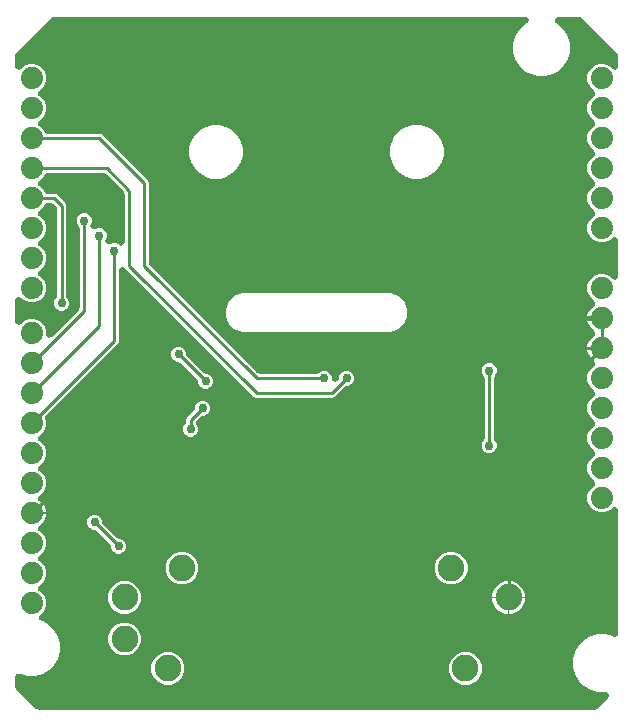
<source format=gbl>
G04 EAGLE Gerber RS-274X export*
G75*
%MOIN*%
%FSLAX24Y24*%
%LPD*%
%INBottom Copper*%
%IPPOS*%
%AMOC8*
5,1,8,0,0,1.08239X$1,22.5*%
G01*
G04 Define Apertures*
%ADD10C,0.074000*%
%ADD11C,0.088583*%
%ADD12C,0.029780*%
%ADD13C,0.010000*%
%ADD14C,0.016000*%
%ADD15C,0.012000*%
%ADD16C,0.027811*%
G36*
X19811Y460D02*
X19849Y485D01*
X20213Y849D01*
X20239Y889D01*
X20248Y936D01*
X20238Y982D01*
X20210Y1021D01*
X20169Y1047D01*
X20128Y1054D01*
X19874Y1054D01*
X19632Y1119D01*
X19415Y1244D01*
X19238Y1421D01*
X19112Y1638D01*
X19048Y1880D01*
X19048Y2130D01*
X19112Y2372D01*
X19238Y2589D01*
X19415Y2766D01*
X19632Y2891D01*
X19874Y2956D01*
X20124Y2956D01*
X20366Y2891D01*
X20370Y2889D01*
X20415Y2874D01*
X20463Y2878D01*
X20505Y2900D01*
X20536Y2936D01*
X20550Y2993D01*
X20550Y7096D01*
X20540Y7142D01*
X20513Y7182D01*
X20473Y7208D01*
X20426Y7216D01*
X20380Y7205D01*
X20345Y7180D01*
X20266Y7102D01*
X20093Y7030D01*
X19907Y7030D01*
X19734Y7102D01*
X19602Y7234D01*
X19530Y7407D01*
X19530Y7593D01*
X19602Y7766D01*
X19750Y7915D01*
X19777Y7955D01*
X19786Y8002D01*
X19775Y8049D01*
X19750Y8085D01*
X19602Y8234D01*
X19530Y8407D01*
X19530Y8593D01*
X19602Y8766D01*
X19750Y8915D01*
X19777Y8955D01*
X19786Y9002D01*
X19775Y9049D01*
X19750Y9085D01*
X19602Y9234D01*
X19530Y9407D01*
X19530Y9593D01*
X19602Y9766D01*
X19750Y9915D01*
X19777Y9955D01*
X19786Y10002D01*
X19775Y10049D01*
X19750Y10085D01*
X19602Y10234D01*
X19530Y10407D01*
X19530Y10593D01*
X19602Y10766D01*
X19750Y10915D01*
X19777Y10955D01*
X19786Y11002D01*
X19775Y11049D01*
X19750Y11085D01*
X19602Y11234D01*
X19530Y11407D01*
X19530Y11593D01*
X19602Y11766D01*
X19750Y11915D01*
X19777Y11955D01*
X19786Y12002D01*
X19775Y12049D01*
X19750Y12085D01*
X19602Y12234D01*
X19530Y12407D01*
X19530Y12470D01*
X20030Y12470D01*
X20030Y12530D01*
X19530Y12530D01*
X19530Y12593D01*
X19602Y12766D01*
X19750Y12915D01*
X19777Y12955D01*
X19786Y13002D01*
X19775Y13049D01*
X19750Y13085D01*
X19602Y13234D01*
X19530Y13407D01*
X19530Y13470D01*
X20030Y13470D01*
X20030Y13530D01*
X19530Y13530D01*
X19530Y13593D01*
X19602Y13766D01*
X19750Y13915D01*
X19777Y13955D01*
X19786Y14002D01*
X19775Y14049D01*
X19750Y14085D01*
X19602Y14234D01*
X19530Y14407D01*
X19530Y14593D01*
X19602Y14766D01*
X19734Y14898D01*
X19907Y14970D01*
X20093Y14970D01*
X20266Y14898D01*
X20345Y14820D01*
X20385Y14793D01*
X20432Y14784D01*
X20479Y14795D01*
X20518Y14822D01*
X20543Y14863D01*
X20550Y14904D01*
X20550Y16096D01*
X20540Y16142D01*
X20513Y16182D01*
X20473Y16208D01*
X20426Y16216D01*
X20380Y16205D01*
X20345Y16180D01*
X20266Y16102D01*
X20093Y16030D01*
X19907Y16030D01*
X19734Y16102D01*
X19602Y16234D01*
X19530Y16407D01*
X19530Y16593D01*
X19602Y16766D01*
X19750Y16915D01*
X19777Y16955D01*
X19786Y17002D01*
X19775Y17049D01*
X19750Y17085D01*
X19602Y17234D01*
X19530Y17407D01*
X19530Y17593D01*
X19602Y17766D01*
X19750Y17915D01*
X19777Y17955D01*
X19786Y18002D01*
X19775Y18049D01*
X19750Y18085D01*
X19602Y18234D01*
X19530Y18407D01*
X19530Y18593D01*
X19602Y18766D01*
X19750Y18915D01*
X19777Y18955D01*
X19786Y19002D01*
X19775Y19049D01*
X19750Y19085D01*
X19602Y19234D01*
X19530Y19407D01*
X19530Y19593D01*
X19602Y19766D01*
X19750Y19915D01*
X19777Y19955D01*
X19786Y20002D01*
X19775Y20049D01*
X19750Y20085D01*
X19602Y20234D01*
X19530Y20407D01*
X19530Y20593D01*
X19602Y20766D01*
X19750Y20915D01*
X19777Y20955D01*
X19786Y21002D01*
X19775Y21049D01*
X19750Y21085D01*
X19602Y21234D01*
X19530Y21407D01*
X19530Y21593D01*
X19602Y21766D01*
X19734Y21898D01*
X19907Y21970D01*
X20093Y21970D01*
X20266Y21898D01*
X20345Y21820D01*
X20385Y21793D01*
X20432Y21784D01*
X20479Y21795D01*
X20518Y21822D01*
X20543Y21863D01*
X20550Y21904D01*
X20550Y22264D01*
X20540Y22311D01*
X20515Y22349D01*
X19349Y23515D01*
X19309Y23541D01*
X19264Y23550D01*
X18553Y23550D01*
X18507Y23540D01*
X18467Y23513D01*
X18441Y23473D01*
X18433Y23426D01*
X18444Y23380D01*
X18473Y23341D01*
X18493Y23326D01*
X18584Y23274D01*
X18761Y23097D01*
X18886Y22880D01*
X18951Y22638D01*
X18951Y22387D01*
X18886Y22145D01*
X18761Y21929D01*
X18584Y21751D01*
X18367Y21626D01*
X18125Y21561D01*
X17875Y21561D01*
X17633Y21626D01*
X17416Y21751D01*
X17239Y21929D01*
X17114Y22145D01*
X17049Y22387D01*
X17049Y22638D01*
X17114Y22880D01*
X17239Y23097D01*
X17416Y23274D01*
X17507Y23326D01*
X17542Y23358D01*
X17563Y23401D01*
X17565Y23449D01*
X17549Y23493D01*
X17516Y23528D01*
X17472Y23547D01*
X17447Y23550D01*
X1736Y23550D01*
X1689Y23540D01*
X1651Y23515D01*
X485Y22349D01*
X459Y22309D01*
X450Y22264D01*
X450Y21904D01*
X460Y21858D01*
X487Y21818D01*
X527Y21792D01*
X574Y21784D01*
X620Y21795D01*
X655Y21820D01*
X734Y21898D01*
X907Y21970D01*
X1093Y21970D01*
X1266Y21898D01*
X1398Y21766D01*
X1470Y21593D01*
X1470Y21407D01*
X1398Y21234D01*
X1250Y21085D01*
X1223Y21045D01*
X1214Y20998D01*
X1225Y20951D01*
X1250Y20915D01*
X1398Y20766D01*
X1470Y20593D01*
X1470Y20407D01*
X1398Y20234D01*
X1250Y20085D01*
X1223Y20045D01*
X1214Y19998D01*
X1225Y19951D01*
X1250Y19915D01*
X1398Y19766D01*
X1416Y19724D01*
X1443Y19684D01*
X1483Y19658D01*
X1527Y19650D01*
X3280Y19650D01*
X3335Y19627D01*
X4877Y18085D01*
X4900Y18030D01*
X4900Y15362D01*
X4910Y15315D01*
X4935Y15277D01*
X8527Y11685D01*
X8567Y11659D01*
X8612Y11650D01*
X10498Y11650D01*
X10545Y11660D01*
X10583Y11685D01*
X10609Y11711D01*
X10700Y11749D01*
X10800Y11749D01*
X10891Y11711D01*
X10961Y11641D01*
X10999Y11550D01*
X10999Y11501D01*
X11008Y11454D01*
X11035Y11415D01*
X11076Y11389D01*
X11123Y11381D01*
X11169Y11392D01*
X11204Y11416D01*
X11216Y11428D01*
X11242Y11468D01*
X11251Y11513D01*
X11251Y11550D01*
X11289Y11641D01*
X11359Y11711D01*
X11450Y11749D01*
X11550Y11749D01*
X11641Y11711D01*
X11711Y11641D01*
X11749Y11550D01*
X11749Y11450D01*
X11711Y11359D01*
X11641Y11289D01*
X11550Y11251D01*
X11513Y11251D01*
X11466Y11242D01*
X11428Y11216D01*
X11085Y10873D01*
X11030Y10850D01*
X8470Y10850D01*
X8415Y10873D01*
X4107Y15180D01*
X4104Y15185D01*
X4064Y15211D01*
X4017Y15220D01*
X3971Y15209D01*
X3932Y15181D01*
X3907Y15140D01*
X3900Y15100D01*
X3900Y12720D01*
X3877Y12665D01*
X1479Y10266D01*
X1452Y10227D01*
X1443Y10180D01*
X1453Y10136D01*
X1470Y10093D01*
X1470Y9907D01*
X1398Y9734D01*
X1250Y9585D01*
X1223Y9545D01*
X1214Y9498D01*
X1225Y9451D01*
X1250Y9415D01*
X1398Y9266D01*
X1470Y9093D01*
X1470Y8907D01*
X1398Y8734D01*
X1250Y8585D01*
X1223Y8545D01*
X1214Y8498D01*
X1225Y8451D01*
X1250Y8415D01*
X1398Y8266D01*
X1470Y8093D01*
X1470Y7907D01*
X1398Y7734D01*
X1250Y7585D01*
X1223Y7545D01*
X1214Y7498D01*
X1225Y7451D01*
X1250Y7415D01*
X1398Y7266D01*
X1470Y7093D01*
X1470Y7030D01*
X970Y7030D01*
X970Y6970D01*
X1470Y6970D01*
X1470Y6907D01*
X1398Y6734D01*
X1250Y6585D01*
X1223Y6545D01*
X1214Y6498D01*
X1225Y6451D01*
X1250Y6415D01*
X1398Y6266D01*
X1470Y6093D01*
X1470Y5907D01*
X1398Y5734D01*
X1250Y5585D01*
X1223Y5545D01*
X1214Y5498D01*
X1225Y5451D01*
X1250Y5415D01*
X1398Y5266D01*
X1470Y5093D01*
X1470Y4907D01*
X1398Y4734D01*
X1250Y4585D01*
X1223Y4545D01*
X1214Y4498D01*
X1225Y4451D01*
X1250Y4415D01*
X1398Y4266D01*
X1470Y4093D01*
X1470Y3907D01*
X1398Y3734D01*
X1281Y3616D01*
X1255Y3576D01*
X1246Y3529D01*
X1256Y3483D01*
X1284Y3444D01*
X1335Y3415D01*
X1368Y3406D01*
X1585Y3281D01*
X1762Y3104D01*
X1888Y2887D01*
X1952Y2645D01*
X1952Y2395D01*
X1888Y2153D01*
X1762Y1936D01*
X1585Y1759D01*
X1368Y1634D01*
X1126Y1569D01*
X876Y1569D01*
X634Y1634D01*
X630Y1636D01*
X585Y1651D01*
X537Y1648D01*
X495Y1626D01*
X464Y1589D01*
X450Y1532D01*
X450Y1236D01*
X460Y1189D01*
X485Y1151D01*
X1151Y485D01*
X1191Y459D01*
X1236Y450D01*
X19764Y450D01*
X19811Y460D01*
G37*
%LPC*%
G36*
X13721Y18152D02*
X13494Y18212D01*
X13291Y18330D01*
X13125Y18496D01*
X13007Y18699D01*
X12946Y18926D01*
X12946Y19161D01*
X13007Y19388D01*
X13125Y19591D01*
X13291Y19758D01*
X13494Y19875D01*
X13721Y19936D01*
X13956Y19936D01*
X14183Y19875D01*
X14386Y19758D01*
X14552Y19591D01*
X14670Y19388D01*
X14731Y19161D01*
X14731Y18926D01*
X14670Y18699D01*
X14552Y18496D01*
X14386Y18330D01*
X14183Y18212D01*
X13956Y18152D01*
X13721Y18152D01*
G37*
G36*
X7029Y18150D02*
X6802Y18211D01*
X6598Y18329D01*
X6432Y18495D01*
X6315Y18698D01*
X6254Y18925D01*
X6254Y19160D01*
X6315Y19387D01*
X6432Y19590D01*
X6598Y19756D01*
X6802Y19874D01*
X7029Y19935D01*
X7264Y19935D01*
X7490Y19874D01*
X7694Y19756D01*
X7860Y19590D01*
X7977Y19387D01*
X8038Y19160D01*
X8038Y18925D01*
X7977Y18698D01*
X7860Y18495D01*
X7694Y18329D01*
X7490Y18211D01*
X7264Y18150D01*
X7029Y18150D01*
G37*
G36*
X8000Y13029D02*
X7759Y13129D01*
X7574Y13313D01*
X7474Y13555D01*
X7474Y13816D01*
X7574Y14057D01*
X7759Y14241D01*
X8000Y14341D01*
X12985Y14341D01*
X13226Y14241D01*
X13411Y14057D01*
X13511Y13816D01*
X13511Y13555D01*
X13411Y13313D01*
X13226Y13129D01*
X12985Y13029D01*
X8000Y13029D01*
G37*
G36*
X6750Y11151D02*
X6659Y11189D01*
X6589Y11259D01*
X6551Y11350D01*
X6551Y11373D01*
X6542Y11420D01*
X6516Y11458D01*
X5958Y12016D01*
X5918Y12042D01*
X5873Y12051D01*
X5850Y12051D01*
X5759Y12089D01*
X5689Y12159D01*
X5651Y12250D01*
X5651Y12350D01*
X5689Y12441D01*
X5759Y12511D01*
X5850Y12549D01*
X5950Y12549D01*
X6041Y12511D01*
X6111Y12441D01*
X6149Y12350D01*
X6149Y12327D01*
X6158Y12280D01*
X6184Y12242D01*
X6742Y11684D01*
X6782Y11658D01*
X6827Y11649D01*
X6850Y11649D01*
X6941Y11611D01*
X7011Y11541D01*
X7049Y11450D01*
X7049Y11350D01*
X7011Y11259D01*
X6941Y11189D01*
X6850Y11151D01*
X6750Y11151D01*
G37*
G36*
X16200Y9001D02*
X16109Y9039D01*
X16039Y9109D01*
X16001Y9200D01*
X16001Y9300D01*
X16039Y9391D01*
X16065Y9417D01*
X16091Y9457D01*
X16100Y9502D01*
X16100Y11498D01*
X16090Y11545D01*
X16065Y11583D01*
X16039Y11609D01*
X16001Y11700D01*
X16001Y11800D01*
X16039Y11891D01*
X16109Y11961D01*
X16200Y11999D01*
X16300Y11999D01*
X16391Y11961D01*
X16461Y11891D01*
X16499Y11800D01*
X16499Y11700D01*
X16461Y11609D01*
X16435Y11583D01*
X16409Y11543D01*
X16400Y11498D01*
X16400Y9502D01*
X16410Y9455D01*
X16435Y9417D01*
X16461Y9391D01*
X16499Y9300D01*
X16499Y9200D01*
X16461Y9109D01*
X16391Y9039D01*
X16300Y9001D01*
X16200Y9001D01*
G37*
G36*
X6250Y9551D02*
X6159Y9589D01*
X6089Y9659D01*
X6051Y9750D01*
X6051Y9850D01*
X6089Y9941D01*
X6115Y9967D01*
X6141Y10007D01*
X6150Y10052D01*
X6150Y10130D01*
X6173Y10185D01*
X6416Y10428D01*
X6442Y10468D01*
X6451Y10513D01*
X6451Y10550D01*
X6489Y10641D01*
X6559Y10711D01*
X6650Y10749D01*
X6750Y10749D01*
X6841Y10711D01*
X6911Y10641D01*
X6949Y10550D01*
X6949Y10450D01*
X6911Y10359D01*
X6841Y10289D01*
X6750Y10251D01*
X6713Y10251D01*
X6666Y10242D01*
X6628Y10216D01*
X6517Y10105D01*
X6491Y10065D01*
X6482Y10018D01*
X6492Y9971D01*
X6508Y9948D01*
X6549Y9850D01*
X6549Y9750D01*
X6511Y9659D01*
X6441Y9589D01*
X6350Y9551D01*
X6250Y9551D01*
G37*
G36*
X3850Y5651D02*
X3759Y5689D01*
X3689Y5759D01*
X3651Y5850D01*
X3651Y5887D01*
X3642Y5934D01*
X3616Y5972D01*
X3172Y6416D01*
X3132Y6442D01*
X3087Y6451D01*
X3050Y6451D01*
X2959Y6489D01*
X2889Y6559D01*
X2851Y6650D01*
X2851Y6750D01*
X2889Y6841D01*
X2959Y6911D01*
X3050Y6949D01*
X3150Y6949D01*
X3241Y6911D01*
X3311Y6841D01*
X3349Y6750D01*
X3349Y6713D01*
X3358Y6666D01*
X3384Y6628D01*
X3828Y6184D01*
X3868Y6158D01*
X3913Y6149D01*
X3950Y6149D01*
X4041Y6111D01*
X4111Y6041D01*
X4149Y5950D01*
X4149Y5850D01*
X4111Y5759D01*
X4041Y5689D01*
X3950Y5651D01*
X3850Y5651D01*
G37*
G36*
X14880Y4630D02*
X14681Y4713D01*
X14528Y4866D01*
X14445Y5065D01*
X14445Y5281D01*
X14528Y5481D01*
X14681Y5633D01*
X14880Y5716D01*
X15096Y5716D01*
X15296Y5633D01*
X15448Y5481D01*
X15531Y5281D01*
X15531Y5065D01*
X15448Y4866D01*
X15296Y4713D01*
X15096Y4630D01*
X14880Y4630D01*
G37*
G36*
X5904Y4630D02*
X5704Y4713D01*
X5552Y4866D01*
X5469Y5065D01*
X5469Y5281D01*
X5552Y5481D01*
X5704Y5633D01*
X5904Y5716D01*
X6120Y5716D01*
X6319Y5633D01*
X6472Y5481D01*
X6555Y5281D01*
X6555Y5065D01*
X6472Y4866D01*
X6319Y4713D01*
X6120Y4630D01*
X5904Y4630D01*
G37*
G36*
X16355Y4219D02*
X16355Y4297D01*
X16437Y4497D01*
X16590Y4649D01*
X16790Y4732D01*
X16868Y4732D01*
X16868Y4219D01*
X16355Y4219D01*
G37*
G36*
X3994Y3646D02*
X3795Y3729D01*
X3642Y3881D01*
X3559Y4081D01*
X3559Y4297D01*
X3642Y4497D01*
X3795Y4649D01*
X3994Y4732D01*
X4210Y4732D01*
X4410Y4649D01*
X4563Y4497D01*
X4645Y4297D01*
X4645Y4081D01*
X4563Y3881D01*
X4410Y3729D01*
X4210Y3646D01*
X3994Y3646D01*
G37*
G36*
X16928Y4219D02*
X16928Y4732D01*
X17006Y4732D01*
X17205Y4649D01*
X17358Y4497D01*
X17441Y4297D01*
X17441Y4219D01*
X16928Y4219D01*
G37*
G36*
X16928Y3646D02*
X16928Y4159D01*
X17441Y4159D01*
X17441Y4081D01*
X17358Y3881D01*
X17205Y3729D01*
X17006Y3646D01*
X16928Y3646D01*
G37*
G36*
X16790Y3646D02*
X16590Y3729D01*
X16437Y3881D01*
X16355Y4081D01*
X16355Y4159D01*
X16868Y4159D01*
X16868Y3646D01*
X16790Y3646D01*
G37*
G36*
X3994Y2268D02*
X3795Y2351D01*
X3642Y2503D01*
X3559Y2703D01*
X3559Y2919D01*
X3642Y3119D01*
X3795Y3271D01*
X3994Y3354D01*
X4210Y3354D01*
X4410Y3271D01*
X4563Y3119D01*
X4645Y2919D01*
X4645Y2703D01*
X4563Y2503D01*
X4410Y2351D01*
X4210Y2268D01*
X3994Y2268D01*
G37*
G36*
X15353Y1284D02*
X15153Y1367D01*
X15000Y1519D01*
X14918Y1719D01*
X14918Y1935D01*
X15000Y2134D01*
X15153Y2287D01*
X15353Y2370D01*
X15569Y2370D01*
X15768Y2287D01*
X15921Y2134D01*
X16004Y1935D01*
X16004Y1719D01*
X15921Y1519D01*
X15768Y1367D01*
X15569Y1284D01*
X15353Y1284D01*
G37*
G36*
X5431Y1284D02*
X5232Y1367D01*
X5079Y1519D01*
X4996Y1719D01*
X4996Y1935D01*
X5079Y2134D01*
X5232Y2287D01*
X5431Y2370D01*
X5647Y2370D01*
X5847Y2287D01*
X6000Y2134D01*
X6082Y1935D01*
X6082Y1719D01*
X6000Y1519D01*
X5847Y1367D01*
X5647Y1284D01*
X5431Y1284D01*
G37*
%LPD*%
G36*
X1640Y12863D02*
X1675Y12887D01*
X2565Y13777D01*
X2591Y13817D01*
X2600Y13862D01*
X2600Y16498D01*
X2590Y16545D01*
X2565Y16583D01*
X2539Y16609D01*
X2501Y16700D01*
X2501Y16800D01*
X2539Y16891D01*
X2609Y16961D01*
X2700Y16999D01*
X2800Y16999D01*
X2891Y16961D01*
X2961Y16891D01*
X2999Y16800D01*
X2999Y16700D01*
X2967Y16624D01*
X2958Y16577D01*
X2968Y16530D01*
X2995Y16491D01*
X3036Y16466D01*
X3083Y16458D01*
X3124Y16467D01*
X3200Y16499D01*
X3300Y16499D01*
X3391Y16461D01*
X3461Y16391D01*
X3499Y16300D01*
X3499Y16200D01*
X3467Y16124D01*
X3458Y16077D01*
X3468Y16030D01*
X3495Y15991D01*
X3536Y15966D01*
X3583Y15958D01*
X3624Y15967D01*
X3700Y15999D01*
X3800Y15999D01*
X3891Y15961D01*
X3895Y15957D01*
X3935Y15930D01*
X3982Y15922D01*
X4029Y15932D01*
X4068Y15960D01*
X4093Y16000D01*
X4100Y16042D01*
X4100Y17638D01*
X4090Y17685D01*
X4065Y17723D01*
X3473Y18315D01*
X3433Y18341D01*
X3388Y18350D01*
X1527Y18350D01*
X1480Y18340D01*
X1441Y18313D01*
X1416Y18276D01*
X1398Y18234D01*
X1250Y18085D01*
X1223Y18045D01*
X1214Y17998D01*
X1225Y17951D01*
X1250Y17915D01*
X1398Y17766D01*
X1416Y17724D01*
X1443Y17684D01*
X1483Y17658D01*
X1527Y17650D01*
X1780Y17650D01*
X1835Y17627D01*
X2127Y17335D01*
X2150Y17280D01*
X2150Y14252D01*
X2160Y14205D01*
X2185Y14167D01*
X2211Y14141D01*
X2249Y14050D01*
X2249Y13950D01*
X2211Y13859D01*
X2141Y13789D01*
X2050Y13751D01*
X1950Y13751D01*
X1859Y13789D01*
X1789Y13859D01*
X1751Y13950D01*
X1751Y14050D01*
X1789Y14141D01*
X1815Y14167D01*
X1841Y14207D01*
X1850Y14252D01*
X1850Y17138D01*
X1840Y17185D01*
X1815Y17223D01*
X1723Y17315D01*
X1683Y17341D01*
X1638Y17350D01*
X1527Y17350D01*
X1480Y17340D01*
X1441Y17313D01*
X1416Y17276D01*
X1398Y17234D01*
X1250Y17085D01*
X1223Y17045D01*
X1214Y16998D01*
X1225Y16951D01*
X1250Y16915D01*
X1398Y16766D01*
X1470Y16593D01*
X1470Y16407D01*
X1398Y16234D01*
X1250Y16085D01*
X1223Y16045D01*
X1214Y15998D01*
X1225Y15951D01*
X1250Y15915D01*
X1398Y15766D01*
X1470Y15593D01*
X1470Y15407D01*
X1398Y15234D01*
X1250Y15085D01*
X1223Y15045D01*
X1214Y14998D01*
X1225Y14951D01*
X1250Y14915D01*
X1398Y14766D01*
X1470Y14593D01*
X1470Y14407D01*
X1398Y14234D01*
X1266Y14102D01*
X1093Y14030D01*
X907Y14030D01*
X734Y14102D01*
X655Y14180D01*
X615Y14207D01*
X568Y14216D01*
X521Y14205D01*
X482Y14178D01*
X457Y14137D01*
X450Y14096D01*
X450Y13404D01*
X460Y13358D01*
X487Y13318D01*
X527Y13292D01*
X574Y13284D01*
X620Y13295D01*
X655Y13320D01*
X734Y13398D01*
X907Y13470D01*
X1093Y13470D01*
X1266Y13398D01*
X1398Y13266D01*
X1470Y13093D01*
X1470Y12972D01*
X1480Y12925D01*
X1507Y12886D01*
X1547Y12860D01*
X1594Y12852D01*
X1640Y12863D01*
G37*
D10*
X20000Y9500D03*
X20000Y10500D03*
X20000Y11500D03*
X20000Y12500D03*
X20000Y13500D03*
X20000Y14500D03*
X20000Y16500D03*
X20000Y17500D03*
X20000Y18500D03*
X20000Y19500D03*
X20000Y20500D03*
X20000Y21500D03*
X1000Y21500D03*
X1000Y20500D03*
X1000Y19500D03*
X1000Y18500D03*
X1000Y17500D03*
X1000Y16500D03*
X1000Y15500D03*
X1000Y14500D03*
X1000Y13000D03*
X1000Y12000D03*
X1000Y11000D03*
X1000Y10000D03*
X1000Y9000D03*
X1000Y8000D03*
X1000Y7000D03*
X1000Y6000D03*
X1000Y5000D03*
X1000Y4000D03*
X20000Y8500D03*
X20000Y7500D03*
D11*
X4102Y4189D03*
X4102Y2811D03*
X16898Y4189D03*
X14988Y5173D03*
X6012Y5173D03*
X5539Y1827D03*
X15461Y1827D03*
D12*
X4500Y11000D03*
D13*
X4500Y10500D02*
X1000Y7000D01*
X4500Y10500D02*
X4500Y11000D01*
D12*
X12500Y11500D03*
D13*
X13500Y12500D01*
X20000Y12500D01*
X20000Y13500D01*
D12*
X12292Y7958D03*
D13*
X16898Y9398D02*
X16898Y4189D01*
X16898Y9398D02*
X20000Y12500D01*
D14*
X20000Y13500D02*
X17500Y13500D01*
X15500Y15500D01*
D12*
X15500Y15500D03*
D15*
X4500Y11000D02*
X4500Y10000D01*
X6250Y8250D01*
X7250Y8250D01*
D12*
X9000Y8250D03*
D15*
X7250Y8250D01*
D16*
X4500Y12164D03*
X4500Y11846D03*
D15*
X4500Y11000D01*
X4500Y11846D02*
X4500Y12164D01*
D12*
X7250Y8250D03*
D13*
X12292Y7958D02*
X12292Y10092D01*
X12241Y10143D01*
X12241Y11241D01*
X12500Y11500D01*
D12*
X12750Y10500D03*
X2000Y18000D03*
X2000Y14000D03*
D13*
X2000Y17250D01*
X1750Y17500D01*
X1000Y17500D01*
D12*
X5900Y12300D03*
D15*
X6800Y11400D01*
D12*
X6800Y11400D03*
X6300Y9800D03*
D13*
X6300Y10100D01*
X6700Y10500D01*
D12*
X6700Y10500D03*
X11500Y11500D03*
D13*
X11000Y11000D01*
X8500Y11000D01*
X4250Y15250D01*
X4250Y17750D01*
X3500Y18500D01*
X1000Y18500D01*
D12*
X10750Y11500D03*
D13*
X8500Y11500D01*
X4750Y15250D01*
X4750Y18000D01*
X3250Y19500D01*
X1000Y19500D01*
D12*
X3900Y5900D03*
D13*
X3100Y6700D01*
D12*
X3100Y6700D03*
X16250Y9250D03*
D13*
X16250Y11750D01*
D12*
X16250Y11750D03*
D13*
X3750Y12750D02*
X1000Y10000D01*
X3750Y12750D02*
X3750Y15750D01*
D12*
X3750Y15750D03*
D13*
X3250Y13250D02*
X1000Y11000D01*
X3250Y13250D02*
X3250Y16250D01*
D12*
X3250Y16250D03*
D13*
X2750Y13750D02*
X1000Y12000D01*
X2750Y13750D02*
X2750Y16750D01*
D12*
X2750Y16750D03*
M02*

</source>
